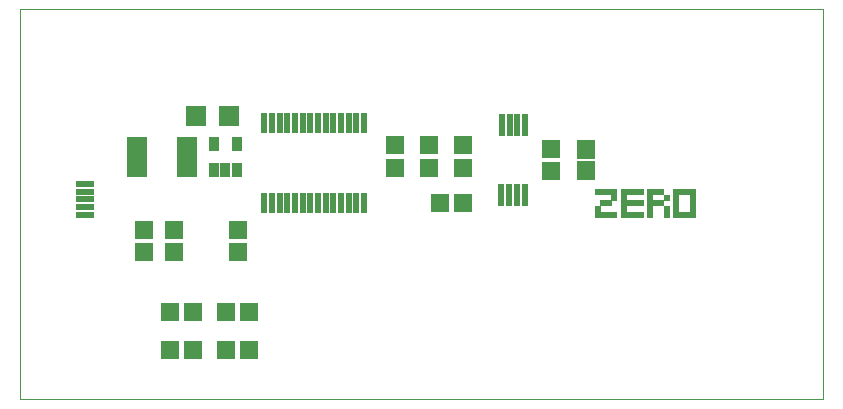
<source format=gbr>
%FSLAX34Y34*%
%MOMM*%
%LNSMDMASK_TOP*%
G71*
G01*
%ADD10C, 0.00*%
%ADD11R, 0.62X1.52*%
%ADD12R, 0.85X1.26*%
%ADD13R, 1.70X3.40*%
%ADD14R, 0.62X1.98*%
%ADD15R, 1.50X1.60*%
%ADD16R, 1.60X1.50*%
%ADD17R, 0.50X0.50*%
%ADD18R, 1.80X1.80*%
%ADD19R, 1.60X1.60*%
%ADD20R, 1.60X0.60*%
%LPD*%
G54D10*
X0Y1000000D02*
X680000Y1000000D01*
X680000Y670000D01*
X0Y670000D01*
X0Y1000000D01*
X291272Y835606D02*
G54D11*
D03*
X284772Y835606D02*
G54D11*
D03*
X278272Y835606D02*
G54D11*
D03*
X271772Y835606D02*
G54D11*
D03*
X265272Y835606D02*
G54D11*
D03*
X258772Y835606D02*
G54D11*
D03*
X252272Y835606D02*
G54D11*
D03*
X245772Y835606D02*
G54D11*
D03*
X239272Y835606D02*
G54D11*
D03*
X232772Y835606D02*
G54D11*
D03*
X226272Y835606D02*
G54D11*
D03*
X219772Y835606D02*
G54D11*
D03*
X213272Y835606D02*
G54D11*
D03*
X206772Y835606D02*
G54D11*
D03*
X291272Y904478D02*
G54D11*
D03*
X284772Y904478D02*
G54D11*
D03*
X278272Y904478D02*
G54D11*
D03*
X271772Y904478D02*
G54D11*
D03*
X265272Y904478D02*
G54D11*
D03*
X258772Y904478D02*
G54D11*
D03*
X252272Y904478D02*
G54D11*
D03*
X245772Y904478D02*
G54D11*
D03*
X239272Y904478D02*
G54D11*
D03*
X232772Y904478D02*
G54D11*
D03*
X226272Y904478D02*
G54D11*
D03*
X219772Y904478D02*
G54D11*
D03*
X213272Y904478D02*
G54D11*
D03*
X206772Y904478D02*
G54D11*
D03*
X291272Y903684D02*
G54D11*
D03*
X284772Y903684D02*
G54D11*
D03*
X278272Y903684D02*
G54D11*
D03*
X271772Y903684D02*
G54D11*
D03*
X265272Y903684D02*
G54D11*
D03*
X258772Y903684D02*
G54D11*
D03*
X252272Y903684D02*
G54D11*
D03*
X245772Y903684D02*
G54D11*
D03*
X239272Y903684D02*
G54D11*
D03*
X232772Y903684D02*
G54D11*
D03*
X226272Y903684D02*
G54D11*
D03*
X219772Y903684D02*
G54D11*
D03*
X213272Y903684D02*
G54D11*
D03*
X206772Y903684D02*
G54D11*
D03*
X291272Y836400D02*
G54D11*
D03*
X284772Y836400D02*
G54D11*
D03*
X278272Y836400D02*
G54D11*
D03*
X271772Y836400D02*
G54D11*
D03*
X265272Y836400D02*
G54D11*
D03*
X258772Y836400D02*
G54D11*
D03*
X252272Y836400D02*
G54D11*
D03*
X245772Y836400D02*
G54D11*
D03*
X239272Y836400D02*
G54D11*
D03*
X232772Y836400D02*
G54D11*
D03*
X226272Y836400D02*
G54D11*
D03*
X219772Y836400D02*
G54D11*
D03*
X213272Y836400D02*
G54D11*
D03*
X206772Y836400D02*
G54D11*
D03*
X291272Y836797D02*
G54D11*
D03*
X284772Y836797D02*
G54D11*
D03*
X278272Y836797D02*
G54D11*
D03*
X271772Y836797D02*
G54D11*
D03*
X265272Y836797D02*
G54D11*
D03*
X258772Y836797D02*
G54D11*
D03*
X252272Y836797D02*
G54D11*
D03*
X245772Y836797D02*
G54D11*
D03*
X239272Y836797D02*
G54D11*
D03*
X232772Y836797D02*
G54D11*
D03*
X226272Y836797D02*
G54D11*
D03*
X219772Y836797D02*
G54D11*
D03*
X213272Y836797D02*
G54D11*
D03*
X206772Y836797D02*
G54D11*
D03*
X291272Y903287D02*
G54D11*
D03*
X284772Y903288D02*
G54D11*
D03*
X278272Y903288D02*
G54D11*
D03*
X271772Y903288D02*
G54D11*
D03*
X265272Y903288D02*
G54D11*
D03*
X258772Y903288D02*
G54D11*
D03*
X252272Y903288D02*
G54D11*
D03*
X245772Y903287D02*
G54D11*
D03*
X239272Y903288D02*
G54D11*
D03*
X232772Y903288D02*
G54D11*
D03*
X226272Y903288D02*
G54D11*
D03*
X219772Y903288D02*
G54D11*
D03*
X213272Y903288D02*
G54D11*
D03*
X206772Y903288D02*
G54D11*
D03*
X164306Y886420D02*
G54D12*
D03*
X183356Y886420D02*
G54D12*
D03*
X164306Y864394D02*
G54D12*
D03*
X173831Y864394D02*
G54D12*
D03*
X183356Y864394D02*
G54D12*
D03*
X141288Y875506D02*
G54D13*
D03*
X99219Y875506D02*
G54D13*
D03*
X407988Y902494D02*
G54D14*
D03*
X414487Y902494D02*
G54D14*
D03*
X407591Y843147D02*
G54D14*
D03*
X414091Y843147D02*
G54D14*
D03*
X420591Y843147D02*
G54D14*
D03*
X427091Y843147D02*
G54D14*
D03*
X420988Y902494D02*
G54D14*
D03*
X427488Y902494D02*
G54D14*
D03*
X193675Y743744D02*
G54D15*
D03*
X174675Y743744D02*
G54D15*
D03*
X193675Y711994D02*
G54D15*
D03*
X174675Y711994D02*
G54D15*
D03*
X146050Y711994D02*
G54D15*
D03*
X127050Y711994D02*
G54D15*
D03*
X146050Y743744D02*
G54D15*
D03*
X127050Y743744D02*
G54D15*
D03*
X317475Y885006D02*
G54D16*
D03*
X317475Y866006D02*
G54D16*
D03*
X346050Y885006D02*
G54D16*
D03*
X346050Y866006D02*
G54D16*
D03*
X374625Y885006D02*
G54D16*
D03*
X374625Y866006D02*
G54D16*
D03*
X449238Y882229D02*
G54D16*
D03*
X449238Y863229D02*
G54D16*
D03*
X184175Y794569D02*
G54D16*
D03*
X184175Y813569D02*
G54D16*
D03*
X130200Y794569D02*
G54D16*
D03*
X130200Y813569D02*
G54D16*
D03*
X104800Y794569D02*
G54D16*
D03*
X104800Y813569D02*
G54D16*
D03*
X488950Y845344D02*
G54D17*
D03*
X498475Y845344D02*
G54D17*
D03*
X503238Y845344D02*
G54D17*
D03*
X503238Y840581D02*
G54D17*
D03*
X498475Y835819D02*
G54D17*
D03*
X488950Y831056D02*
G54D17*
D03*
X488950Y826294D02*
G54D17*
D03*
X498475Y826294D02*
G54D17*
D03*
X503238Y826294D02*
G54D17*
D03*
X511175Y826294D02*
G54D17*
D03*
X511175Y831056D02*
G54D17*
D03*
X511175Y835819D02*
G54D17*
D03*
X511175Y840581D02*
G54D17*
D03*
X511175Y845344D02*
G54D17*
D03*
X515938Y845344D02*
G54D17*
D03*
X520700Y845344D02*
G54D17*
D03*
X515938Y835819D02*
G54D17*
D03*
X520700Y835819D02*
G54D17*
D03*
X515938Y826294D02*
G54D17*
D03*
X520700Y826294D02*
G54D17*
D03*
X533400Y845344D02*
G54D17*
D03*
X533400Y840581D02*
G54D17*
D03*
X533400Y835819D02*
G54D17*
D03*
X533400Y831056D02*
G54D17*
D03*
X533400Y826294D02*
G54D17*
D03*
X538162Y845344D02*
G54D17*
D03*
X538162Y835819D02*
G54D17*
D03*
X547688Y840581D02*
G54D17*
D03*
X547688Y831056D02*
G54D17*
D03*
X547688Y826294D02*
G54D17*
D03*
X555625Y840581D02*
G54D17*
D03*
X555625Y835819D02*
G54D17*
D03*
X555625Y831056D02*
G54D17*
D03*
X560388Y826294D02*
G54D17*
D03*
X565150Y826294D02*
G54D17*
D03*
X569912Y831056D02*
G54D17*
D03*
X569912Y835819D02*
G54D17*
D03*
X569912Y840581D02*
G54D17*
D03*
X560388Y845344D02*
G54D17*
D03*
X565150Y845344D02*
G54D17*
D03*
X149225Y909638D02*
G54D18*
D03*
X177225Y909638D02*
G54D18*
D03*
X555625Y845344D02*
G54D17*
D03*
X569912Y845344D02*
G54D17*
D03*
X569912Y826294D02*
G54D17*
D03*
X555625Y826294D02*
G54D17*
D03*
X493712Y845344D02*
G54D17*
D03*
X493712Y835819D02*
G54D17*
D03*
X493712Y826294D02*
G54D17*
D03*
X525462Y845344D02*
G54D17*
D03*
X525462Y835819D02*
G54D17*
D03*
X525462Y826294D02*
G54D17*
D03*
X542925Y845344D02*
G54D17*
D03*
X542925Y835819D02*
G54D17*
D03*
X355600Y835819D02*
G54D15*
D03*
X374600Y835819D02*
G54D15*
D03*
X479401Y882229D02*
G54D16*
D03*
X479401Y863229D02*
G54D16*
D03*
X479425Y880666D02*
G54D19*
D03*
X479425Y863997D02*
G54D19*
D03*
X54777Y839390D02*
G54D20*
D03*
X54777Y832890D02*
G54D20*
D03*
X54777Y826390D02*
G54D20*
D03*
X54777Y845890D02*
G54D20*
D03*
X54777Y852390D02*
G54D20*
D03*
M02*

</source>
